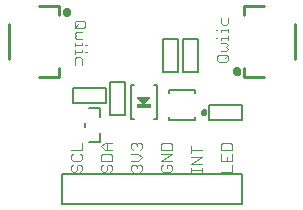
<source format=gbr>
G04 EAGLE Gerber RS-274X export*
G75*
%MOMM*%
%FSLAX34Y34*%
%LPD*%
%AMOC8*
5,1,8,0,0,1.08239X$1,22.5*%
G01*
%ADD10C,0.101600*%
%ADD11C,0.127000*%
%ADD12R,1.200000X0.300000*%
%ADD13C,0.400000*%
%ADD14C,0.254000*%
%ADD15C,0.300000*%

G36*
X120359Y85700D02*
X120359Y85700D01*
X120375Y85699D01*
X120480Y85724D01*
X120585Y85745D01*
X120599Y85752D01*
X120614Y85756D01*
X120705Y85813D01*
X120799Y85866D01*
X120812Y85880D01*
X120823Y85886D01*
X120842Y85909D01*
X120917Y85986D01*
X125727Y92066D01*
X125740Y92090D01*
X125760Y92110D01*
X125800Y92197D01*
X125846Y92281D01*
X125851Y92308D01*
X125863Y92333D01*
X125874Y92428D01*
X125891Y92523D01*
X125887Y92550D01*
X125890Y92577D01*
X125870Y92671D01*
X125856Y92766D01*
X125844Y92791D01*
X125838Y92818D01*
X125789Y92900D01*
X125746Y92986D01*
X125726Y93005D01*
X125712Y93029D01*
X125639Y93091D01*
X125571Y93159D01*
X125546Y93171D01*
X125525Y93189D01*
X125436Y93225D01*
X125350Y93267D01*
X125322Y93270D01*
X125297Y93281D01*
X125130Y93299D01*
X115510Y93299D01*
X115483Y93295D01*
X115455Y93297D01*
X115362Y93275D01*
X115267Y93260D01*
X115243Y93247D01*
X115216Y93240D01*
X115134Y93189D01*
X115050Y93144D01*
X115031Y93124D01*
X115007Y93110D01*
X114947Y93036D01*
X114881Y92966D01*
X114869Y92941D01*
X114851Y92920D01*
X114817Y92830D01*
X114777Y92743D01*
X114774Y92716D01*
X114764Y92690D01*
X114760Y92594D01*
X114750Y92499D01*
X114756Y92472D01*
X114755Y92444D01*
X114782Y92352D01*
X114802Y92258D01*
X114816Y92234D01*
X114824Y92208D01*
X114913Y92066D01*
X119723Y85986D01*
X119803Y85913D01*
X119879Y85837D01*
X119893Y85831D01*
X119905Y85820D01*
X120004Y85776D01*
X120100Y85729D01*
X120116Y85727D01*
X120130Y85721D01*
X120237Y85711D01*
X120344Y85697D01*
X120359Y85700D01*
G37*
D10*
X60446Y35819D02*
X58920Y34294D01*
X58920Y31243D01*
X60446Y29718D01*
X61971Y29718D01*
X63496Y31243D01*
X63496Y34294D01*
X65021Y35819D01*
X66547Y35819D01*
X68072Y34294D01*
X68072Y31243D01*
X66547Y29718D01*
X58920Y43649D02*
X60446Y45174D01*
X58920Y43649D02*
X58920Y40598D01*
X60446Y39073D01*
X66547Y39073D01*
X68072Y40598D01*
X68072Y43649D01*
X66547Y45174D01*
X68072Y48428D02*
X58920Y48428D01*
X68072Y48428D02*
X68072Y54530D01*
X85846Y35819D02*
X84320Y34294D01*
X84320Y31243D01*
X85846Y29718D01*
X87371Y29718D01*
X88896Y31243D01*
X88896Y34294D01*
X90421Y35819D01*
X91947Y35819D01*
X93472Y34294D01*
X93472Y31243D01*
X91947Y29718D01*
X93472Y39073D02*
X84320Y39073D01*
X93472Y39073D02*
X93472Y43649D01*
X91947Y45174D01*
X85846Y45174D01*
X84320Y43649D01*
X84320Y39073D01*
X87371Y48428D02*
X93472Y48428D01*
X87371Y48428D02*
X84320Y51479D01*
X87371Y54530D01*
X93472Y54530D01*
X88896Y54530D02*
X88896Y48428D01*
X109720Y31243D02*
X111246Y29718D01*
X109720Y31243D02*
X109720Y34294D01*
X111246Y35819D01*
X112771Y35819D01*
X114296Y34294D01*
X114296Y32769D01*
X114296Y34294D02*
X115821Y35819D01*
X117347Y35819D01*
X118872Y34294D01*
X118872Y31243D01*
X117347Y29718D01*
X115821Y39073D02*
X109720Y39073D01*
X115821Y39073D02*
X118872Y42124D01*
X115821Y45174D01*
X109720Y45174D01*
X111246Y48428D02*
X109720Y49954D01*
X109720Y53004D01*
X111246Y54530D01*
X112771Y54530D01*
X114296Y53004D01*
X114296Y51479D01*
X114296Y53004D02*
X115821Y54530D01*
X117347Y54530D01*
X118872Y53004D01*
X118872Y49954D01*
X117347Y48428D01*
X135120Y34294D02*
X136646Y35819D01*
X135120Y34294D02*
X135120Y31243D01*
X136646Y29718D01*
X142747Y29718D01*
X144272Y31243D01*
X144272Y34294D01*
X142747Y35819D01*
X139696Y35819D01*
X139696Y32769D01*
X144272Y39073D02*
X135120Y39073D01*
X144272Y45174D01*
X135120Y45174D01*
X135120Y48428D02*
X144272Y48428D01*
X144272Y53004D01*
X142747Y54530D01*
X136646Y54530D01*
X135120Y53004D01*
X135120Y48428D01*
X169672Y32769D02*
X169672Y29718D01*
X169672Y31243D02*
X160520Y31243D01*
X160520Y29718D02*
X160520Y32769D01*
X160520Y35955D02*
X169672Y35955D01*
X169672Y42056D02*
X160520Y35955D01*
X160520Y42056D02*
X169672Y42056D01*
X169672Y48361D02*
X160520Y48361D01*
X160520Y51411D02*
X160520Y45310D01*
X185920Y29718D02*
X195072Y29718D01*
X195072Y35819D01*
X185920Y39073D02*
X185920Y45174D01*
X185920Y39073D02*
X195072Y39073D01*
X195072Y45174D01*
X190496Y42124D02*
X190496Y39073D01*
X185920Y48428D02*
X195072Y48428D01*
X195072Y53004D01*
X193547Y54530D01*
X187446Y54530D01*
X185920Y53004D01*
X185920Y48428D01*
X69349Y157734D02*
X63247Y157734D01*
X69349Y157734D02*
X70874Y156209D01*
X70874Y153158D01*
X69349Y151633D01*
X63247Y151633D01*
X61722Y153158D01*
X61722Y156209D01*
X63247Y157734D01*
X64773Y154683D02*
X61722Y151633D01*
X63247Y148379D02*
X67823Y148379D01*
X63247Y148379D02*
X61722Y146854D01*
X63247Y145328D01*
X61722Y143803D01*
X63247Y142278D01*
X67823Y142278D01*
X67823Y139024D02*
X67823Y137498D01*
X61722Y137498D01*
X61722Y135973D02*
X61722Y139024D01*
X70874Y137498D02*
X72399Y137498D01*
X67823Y132787D02*
X67823Y131262D01*
X61722Y131262D01*
X61722Y132787D02*
X61722Y129736D01*
X70874Y131262D02*
X72399Y131262D01*
X67823Y125025D02*
X67823Y120449D01*
X67823Y125025D02*
X66298Y126550D01*
X63247Y126550D01*
X61722Y125025D01*
X61722Y120449D01*
X184144Y122936D02*
X190245Y122936D01*
X184144Y122936D02*
X182618Y124461D01*
X182618Y127512D01*
X184144Y129037D01*
X190245Y129037D01*
X191770Y127512D01*
X191770Y124461D01*
X190245Y122936D01*
X188719Y125987D02*
X191770Y129037D01*
X190245Y132291D02*
X185669Y132291D01*
X190245Y132291D02*
X191770Y133816D01*
X190245Y135342D01*
X191770Y136867D01*
X190245Y138392D01*
X185669Y138392D01*
X185669Y141646D02*
X185669Y143172D01*
X191770Y143172D01*
X191770Y144697D02*
X191770Y141646D01*
X182618Y143172D02*
X181093Y143172D01*
X185669Y147883D02*
X185669Y149408D01*
X191770Y149408D01*
X191770Y147883D02*
X191770Y150934D01*
X182618Y149408D02*
X181093Y149408D01*
X185669Y155645D02*
X185669Y160221D01*
X185669Y155645D02*
X187194Y154120D01*
X190245Y154120D01*
X191770Y155645D01*
X191770Y160221D01*
D11*
X203168Y73740D02*
X175228Y73740D01*
X175228Y86440D01*
X203168Y86440D01*
X203168Y73740D01*
X131320Y103498D02*
X128820Y103498D01*
X131320Y103498D02*
X131320Y74498D01*
X129320Y74498D01*
X128820Y74498D01*
X111820Y103498D02*
X109320Y103498D01*
X109320Y74498D01*
X111820Y74498D01*
D12*
X120320Y85498D03*
D13*
X53586Y165000D02*
X53588Y165075D01*
X53594Y165149D01*
X53604Y165223D01*
X53617Y165296D01*
X53635Y165369D01*
X53656Y165440D01*
X53681Y165511D01*
X53710Y165580D01*
X53743Y165647D01*
X53779Y165712D01*
X53818Y165776D01*
X53860Y165837D01*
X53906Y165896D01*
X53955Y165953D01*
X54007Y166006D01*
X54061Y166057D01*
X54118Y166106D01*
X54178Y166150D01*
X54240Y166192D01*
X54304Y166231D01*
X54370Y166266D01*
X54437Y166297D01*
X54507Y166325D01*
X54577Y166349D01*
X54649Y166370D01*
X54722Y166386D01*
X54795Y166399D01*
X54870Y166408D01*
X54944Y166413D01*
X55019Y166414D01*
X55093Y166411D01*
X55168Y166404D01*
X55241Y166393D01*
X55315Y166379D01*
X55387Y166360D01*
X55458Y166338D01*
X55528Y166312D01*
X55597Y166282D01*
X55663Y166249D01*
X55728Y166212D01*
X55791Y166172D01*
X55852Y166128D01*
X55910Y166082D01*
X55966Y166032D01*
X56019Y165980D01*
X56070Y165925D01*
X56117Y165867D01*
X56161Y165807D01*
X56202Y165744D01*
X56240Y165680D01*
X56274Y165614D01*
X56305Y165545D01*
X56332Y165476D01*
X56355Y165405D01*
X56374Y165333D01*
X56390Y165260D01*
X56402Y165186D01*
X56410Y165112D01*
X56414Y165037D01*
X56414Y164963D01*
X56410Y164888D01*
X56402Y164814D01*
X56390Y164740D01*
X56374Y164667D01*
X56355Y164595D01*
X56332Y164524D01*
X56305Y164455D01*
X56274Y164386D01*
X56240Y164320D01*
X56202Y164256D01*
X56161Y164193D01*
X56117Y164133D01*
X56070Y164075D01*
X56019Y164020D01*
X55966Y163968D01*
X55910Y163918D01*
X55852Y163872D01*
X55791Y163828D01*
X55728Y163788D01*
X55663Y163751D01*
X55597Y163718D01*
X55528Y163688D01*
X55458Y163662D01*
X55387Y163640D01*
X55315Y163621D01*
X55241Y163607D01*
X55168Y163596D01*
X55093Y163589D01*
X55019Y163586D01*
X54944Y163587D01*
X54870Y163592D01*
X54795Y163601D01*
X54722Y163614D01*
X54649Y163630D01*
X54577Y163651D01*
X54507Y163675D01*
X54437Y163703D01*
X54370Y163734D01*
X54304Y163769D01*
X54240Y163808D01*
X54178Y163850D01*
X54118Y163894D01*
X54061Y163943D01*
X54007Y163994D01*
X53955Y164047D01*
X53906Y164104D01*
X53860Y164163D01*
X53818Y164224D01*
X53779Y164288D01*
X53743Y164353D01*
X53710Y164420D01*
X53681Y164489D01*
X53656Y164560D01*
X53635Y164631D01*
X53617Y164704D01*
X53604Y164777D01*
X53594Y164851D01*
X53588Y164925D01*
X53586Y165000D01*
D14*
X6000Y155000D02*
X6000Y125000D01*
X32000Y170000D02*
X48500Y170000D01*
X48500Y117500D02*
X48500Y110000D01*
X32000Y110000D01*
X48500Y162500D02*
X48500Y170000D01*
D13*
X197586Y115000D02*
X197588Y115075D01*
X197594Y115149D01*
X197604Y115223D01*
X197617Y115296D01*
X197635Y115369D01*
X197656Y115440D01*
X197681Y115511D01*
X197710Y115580D01*
X197743Y115647D01*
X197779Y115712D01*
X197818Y115776D01*
X197860Y115837D01*
X197906Y115896D01*
X197955Y115953D01*
X198007Y116006D01*
X198061Y116057D01*
X198118Y116106D01*
X198178Y116150D01*
X198240Y116192D01*
X198304Y116231D01*
X198370Y116266D01*
X198437Y116297D01*
X198507Y116325D01*
X198577Y116349D01*
X198649Y116370D01*
X198722Y116386D01*
X198795Y116399D01*
X198870Y116408D01*
X198944Y116413D01*
X199019Y116414D01*
X199093Y116411D01*
X199168Y116404D01*
X199241Y116393D01*
X199315Y116379D01*
X199387Y116360D01*
X199458Y116338D01*
X199528Y116312D01*
X199597Y116282D01*
X199663Y116249D01*
X199728Y116212D01*
X199791Y116172D01*
X199852Y116128D01*
X199910Y116082D01*
X199966Y116032D01*
X200019Y115980D01*
X200070Y115925D01*
X200117Y115867D01*
X200161Y115807D01*
X200202Y115744D01*
X200240Y115680D01*
X200274Y115614D01*
X200305Y115545D01*
X200332Y115476D01*
X200355Y115405D01*
X200374Y115333D01*
X200390Y115260D01*
X200402Y115186D01*
X200410Y115112D01*
X200414Y115037D01*
X200414Y114963D01*
X200410Y114888D01*
X200402Y114814D01*
X200390Y114740D01*
X200374Y114667D01*
X200355Y114595D01*
X200332Y114524D01*
X200305Y114455D01*
X200274Y114386D01*
X200240Y114320D01*
X200202Y114256D01*
X200161Y114193D01*
X200117Y114133D01*
X200070Y114075D01*
X200019Y114020D01*
X199966Y113968D01*
X199910Y113918D01*
X199852Y113872D01*
X199791Y113828D01*
X199728Y113788D01*
X199663Y113751D01*
X199597Y113718D01*
X199528Y113688D01*
X199458Y113662D01*
X199387Y113640D01*
X199315Y113621D01*
X199241Y113607D01*
X199168Y113596D01*
X199093Y113589D01*
X199019Y113586D01*
X198944Y113587D01*
X198870Y113592D01*
X198795Y113601D01*
X198722Y113614D01*
X198649Y113630D01*
X198577Y113651D01*
X198507Y113675D01*
X198437Y113703D01*
X198370Y113734D01*
X198304Y113769D01*
X198240Y113808D01*
X198178Y113850D01*
X198118Y113894D01*
X198061Y113943D01*
X198007Y113994D01*
X197955Y114047D01*
X197906Y114104D01*
X197860Y114163D01*
X197818Y114224D01*
X197779Y114288D01*
X197743Y114353D01*
X197710Y114420D01*
X197681Y114489D01*
X197656Y114560D01*
X197635Y114631D01*
X197617Y114704D01*
X197604Y114777D01*
X197594Y114851D01*
X197588Y114925D01*
X197586Y115000D01*
D14*
X248000Y125000D02*
X248000Y155000D01*
X222000Y110000D02*
X205500Y110000D01*
X205500Y162500D02*
X205500Y170000D01*
X222000Y170000D01*
X205500Y117500D02*
X205500Y110000D01*
D11*
X153804Y114418D02*
X153804Y142358D01*
X166504Y142358D01*
X166504Y114418D01*
X153804Y114418D01*
X136804Y114618D02*
X136804Y142558D01*
X149504Y142558D01*
X149504Y114618D01*
X136804Y114618D01*
D15*
X170510Y79878D02*
X170512Y79941D01*
X170518Y80003D01*
X170528Y80065D01*
X170541Y80127D01*
X170559Y80187D01*
X170580Y80246D01*
X170605Y80304D01*
X170634Y80360D01*
X170666Y80414D01*
X170701Y80466D01*
X170739Y80515D01*
X170781Y80563D01*
X170825Y80607D01*
X170873Y80649D01*
X170922Y80687D01*
X170974Y80722D01*
X171028Y80754D01*
X171084Y80783D01*
X171142Y80808D01*
X171201Y80829D01*
X171261Y80847D01*
X171323Y80860D01*
X171385Y80870D01*
X171447Y80876D01*
X171510Y80878D01*
X171573Y80876D01*
X171635Y80870D01*
X171697Y80860D01*
X171759Y80847D01*
X171819Y80829D01*
X171878Y80808D01*
X171936Y80783D01*
X171992Y80754D01*
X172046Y80722D01*
X172098Y80687D01*
X172147Y80649D01*
X172195Y80607D01*
X172239Y80563D01*
X172281Y80515D01*
X172319Y80466D01*
X172354Y80414D01*
X172386Y80360D01*
X172415Y80304D01*
X172440Y80246D01*
X172461Y80187D01*
X172479Y80127D01*
X172492Y80065D01*
X172502Y80003D01*
X172508Y79941D01*
X172510Y79878D01*
X172508Y79815D01*
X172502Y79753D01*
X172492Y79691D01*
X172479Y79629D01*
X172461Y79569D01*
X172440Y79510D01*
X172415Y79452D01*
X172386Y79396D01*
X172354Y79342D01*
X172319Y79290D01*
X172281Y79241D01*
X172239Y79193D01*
X172195Y79149D01*
X172147Y79107D01*
X172098Y79069D01*
X172046Y79034D01*
X171992Y79002D01*
X171936Y78973D01*
X171878Y78948D01*
X171819Y78927D01*
X171759Y78909D01*
X171697Y78896D01*
X171635Y78886D01*
X171573Y78880D01*
X171510Y78878D01*
X171447Y78880D01*
X171385Y78886D01*
X171323Y78896D01*
X171261Y78909D01*
X171201Y78927D01*
X171142Y78948D01*
X171084Y78973D01*
X171028Y79002D01*
X170974Y79034D01*
X170922Y79069D01*
X170873Y79107D01*
X170825Y79149D01*
X170781Y79193D01*
X170739Y79241D01*
X170701Y79290D01*
X170666Y79342D01*
X170634Y79396D01*
X170605Y79452D01*
X170580Y79510D01*
X170559Y79569D01*
X170541Y79629D01*
X170528Y79691D01*
X170518Y79753D01*
X170512Y79815D01*
X170510Y79878D01*
D11*
X163510Y76378D02*
X163510Y73378D01*
X141510Y73378D01*
X141510Y76378D01*
X163510Y96378D02*
X163510Y99378D01*
X141510Y99378D01*
X141510Y96378D01*
X104416Y105600D02*
X104416Y77660D01*
X91716Y77660D01*
X91716Y105600D01*
X104416Y105600D01*
X70562Y71265D02*
X70562Y67455D01*
X74372Y54755D02*
X83262Y54755D01*
X83262Y62375D01*
X83262Y76345D02*
X83262Y83965D01*
X74372Y83965D01*
X88120Y100418D02*
X60180Y100418D01*
X88120Y100418D02*
X88120Y87718D01*
X60180Y87718D01*
X60180Y100418D01*
X50800Y27700D02*
X50800Y2300D01*
X50800Y27700D02*
X203200Y27700D01*
X203200Y2300D01*
X50800Y2300D01*
M02*

</source>
